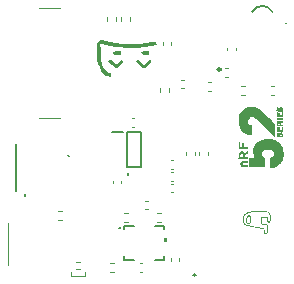
<source format=gbr>
%TF.GenerationSoftware,KiCad,Pcbnew,7.0.5*%
%TF.CreationDate,2023-07-12T14:46:01+02:00*%
%TF.ProjectId,euroslimenRFV2,6575726f-736c-4696-9d65-6e524656322e,rev?*%
%TF.SameCoordinates,Original*%
%TF.FileFunction,Legend,Top*%
%TF.FilePolarity,Positive*%
%FSLAX46Y46*%
G04 Gerber Fmt 4.6, Leading zero omitted, Abs format (unit mm)*
G04 Created by KiCad (PCBNEW 7.0.5) date 2023-07-12 14:46:01*
%MOMM*%
%LPD*%
G01*
G04 APERTURE LIST*
%ADD10C,0.120000*%
%ADD11C,0.200000*%
%ADD12C,0.254000*%
%ADD13C,0.152400*%
%ADD14C,0.100000*%
%ADD15C,0.250000*%
G04 APERTURE END LIST*
D10*
%TO.C,R9*%
X111505000Y-64501359D02*
X111505000Y-64808641D01*
X110745000Y-64501359D02*
X110745000Y-64808641D01*
%TO.C,R11*%
X114291359Y-58905000D02*
X114598641Y-58905000D01*
X114291359Y-59665000D02*
X114598641Y-59665000D01*
%TO.C,C9*%
X104160000Y-66972164D02*
X104160000Y-67187836D01*
X103440000Y-66972164D02*
X103440000Y-67187836D01*
%TO.C,R10*%
X103503641Y-74650000D02*
X103196359Y-74650000D01*
X103503641Y-73890000D02*
X103196359Y-73890000D01*
D11*
%TO.C,LED1*%
X116936027Y-52654997D02*
G75*
G03*
X115203971Y-52655000I-866027J-500003D01*
G01*
X118073000Y-53637000D02*
G75*
G03*
X118073000Y-53637000I-14000J0D01*
G01*
D10*
%TO.C,R16*%
X113203641Y-58200000D02*
X112896359Y-58200000D01*
X113203641Y-57440000D02*
X112896359Y-57440000D01*
%TO.C,C5*%
X108327164Y-67235000D02*
X108542836Y-67235000D01*
X108327164Y-67955000D02*
X108542836Y-67955000D01*
%TO.C,C7*%
X113100000Y-55927836D02*
X113100000Y-55712164D01*
X113820000Y-55927836D02*
X113820000Y-55712164D01*
%TO.C,C2*%
X109045000Y-73537164D02*
X109045000Y-73752836D01*
X108325000Y-73537164D02*
X108325000Y-73752836D01*
D11*
%TO.C,nRF1*%
X110250000Y-74930000D02*
X110250000Y-74930000D01*
X110450000Y-74930000D02*
X110450000Y-74930000D01*
X110450000Y-74930000D02*
G75*
G03*
X110250000Y-74930000I-100000J0D01*
G01*
X110250000Y-74930000D02*
G75*
G03*
X110450000Y-74930000I100000J0D01*
G01*
D10*
%TO.C,C1*%
X105697164Y-73940000D02*
X105912836Y-73940000D01*
X105697164Y-74660000D02*
X105912836Y-74660000D01*
%TO.C,C3*%
X106167164Y-68655000D02*
X106382836Y-68655000D01*
X106167164Y-69375000D02*
X106382836Y-69375000D01*
%TO.C,C11*%
X108327164Y-65235000D02*
X108542836Y-65235000D01*
X108327164Y-65955000D02*
X108542836Y-65955000D01*
D12*
%TO.C,MAG1*%
X104717000Y-66412000D02*
G75*
G03*
X104717000Y-66412000I-25000J0D01*
G01*
D10*
%TO.C,R2*%
X107171359Y-69675000D02*
X107478641Y-69675000D01*
X107171359Y-70435000D02*
X107478641Y-70435000D01*
D13*
%TO.C,IMU1*%
X104405600Y-70803200D02*
X104405600Y-71081230D01*
X104405600Y-73369970D02*
X104405600Y-73648000D01*
X104405600Y-73648000D02*
X105187693Y-73648000D01*
X105187693Y-70803200D02*
X104405600Y-70803200D01*
X106976307Y-73648000D02*
X107758400Y-73648000D01*
X107758400Y-70803200D02*
X106976307Y-70803200D01*
X107758400Y-71081230D02*
X107758400Y-70803200D01*
X107758400Y-73648000D02*
X107758400Y-73369970D01*
D12*
X104007000Y-70975600D02*
G75*
G03*
X104007000Y-70975600I-25000J0D01*
G01*
G36*
X108037800Y-72166037D02*
G01*
X107783800Y-72166037D01*
X107783800Y-71785037D01*
X108037800Y-71785037D01*
X108037800Y-72166037D01*
G37*
D11*
%TO.C,S1*%
X95257000Y-63832000D02*
X95257000Y-67832000D01*
D14*
X99720000Y-64832000D02*
X99720000Y-64832000D01*
X99620000Y-64832000D02*
X99620000Y-64832000D01*
X99620000Y-64832000D02*
G75*
G03*
X99720000Y-64832000I50000J0D01*
G01*
X99720000Y-64832000D02*
G75*
G03*
X99620000Y-64832000I-50000J0D01*
G01*
D10*
%TO.C,R5*%
X104150000Y-53438641D02*
X104150000Y-53131359D01*
X104910000Y-53438641D02*
X104910000Y-53131359D01*
%TO.C,C8*%
X105257836Y-62400000D02*
X105042164Y-62400000D01*
X105257836Y-61680000D02*
X105042164Y-61680000D01*
%TO.C,R17*%
X108170000Y-59146359D02*
X108170000Y-59453641D01*
X107410000Y-59146359D02*
X107410000Y-59453641D01*
D11*
%TO.C,RST1*%
X95970000Y-68120000D02*
X95970000Y-68120000D01*
X95970000Y-68120000D02*
X95970000Y-68120000D01*
X95970000Y-68220000D02*
X95970000Y-68220000D01*
D14*
X94520000Y-70570000D02*
X94520000Y-70570000D01*
X94520000Y-70570000D02*
X94520000Y-74070000D01*
X94520000Y-74070000D02*
X94520000Y-70570000D01*
X94520000Y-74070000D02*
X94520000Y-74070000D01*
D11*
X95970000Y-68220000D02*
G75*
G03*
X95970000Y-68120000I0J50000D01*
G01*
X95970000Y-68120000D02*
G75*
G03*
X95970000Y-68220000I0J-50000D01*
G01*
X95970000Y-68120000D02*
G75*
G03*
X95970000Y-68220000I0J-50000D01*
G01*
D10*
%TO.C,C10*%
X107640000Y-55427836D02*
X107640000Y-55212164D01*
X108360000Y-55427836D02*
X108360000Y-55212164D01*
%TO.C,R1*%
X104678641Y-70435000D02*
X104371359Y-70435000D01*
X104678641Y-69675000D02*
X104371359Y-69675000D01*
D14*
%TO.C,LED2*%
X99870000Y-74670000D02*
X99870000Y-74995000D01*
X100270000Y-73820000D02*
X100670000Y-73820000D01*
X100270000Y-74420000D02*
X100670000Y-74420000D01*
X101070000Y-74670000D02*
X101070000Y-74995000D01*
X101070000Y-74995000D02*
X99870000Y-74995000D01*
D10*
%TO.C,R8*%
X109640000Y-64808641D02*
X109640000Y-64501359D01*
X110400000Y-64808641D02*
X110400000Y-64501359D01*
%TO.C,G\u002A\u002A\u002A*%
G36*
X114967157Y-69895697D02*
G01*
X114982106Y-69897388D01*
X114997916Y-69899896D01*
X115013254Y-69902967D01*
X115026785Y-69906346D01*
X115037174Y-69909779D01*
X115041010Y-69911567D01*
X115049876Y-69918336D01*
X115060121Y-69929223D01*
X115071151Y-69943526D01*
X115082152Y-69960185D01*
X115087599Y-69969015D01*
X115094601Y-69980321D01*
X115101954Y-69992160D01*
X115104746Y-69996646D01*
X115116465Y-70016497D01*
X115125377Y-70034312D01*
X115132222Y-70051870D01*
X115137741Y-70070950D01*
X115140382Y-70082292D01*
X115143213Y-70095170D01*
X115145862Y-70107052D01*
X115148009Y-70116511D01*
X115149219Y-70121653D01*
X115152209Y-70134005D01*
X115154587Y-70144544D01*
X115156429Y-70154113D01*
X115157813Y-70163552D01*
X115158814Y-70173705D01*
X115159510Y-70185412D01*
X115159977Y-70199516D01*
X115160292Y-70216858D01*
X115160531Y-70238280D01*
X115160609Y-70246661D01*
X115160766Y-70267425D01*
X115160855Y-70287315D01*
X115160878Y-70305508D01*
X115160835Y-70321181D01*
X115160728Y-70333509D01*
X115160556Y-70341669D01*
X115160501Y-70343021D01*
X115159045Y-70360487D01*
X115156431Y-70379700D01*
X115152892Y-70399663D01*
X115148660Y-70419383D01*
X115143965Y-70437866D01*
X115139041Y-70454117D01*
X115134119Y-70467141D01*
X115129554Y-70475767D01*
X115125574Y-70481792D01*
X115123244Y-70485867D01*
X115122991Y-70486606D01*
X115121650Y-70490128D01*
X115118093Y-70496829D01*
X115113014Y-70505570D01*
X115107112Y-70515212D01*
X115101083Y-70524617D01*
X115095624Y-70532647D01*
X115091478Y-70538107D01*
X115085534Y-70545204D01*
X115077840Y-70554572D01*
X115069882Y-70564399D01*
X115068434Y-70566203D01*
X115055555Y-70580915D01*
X115041662Y-70593773D01*
X115025530Y-70605761D01*
X115005937Y-70617860D01*
X114999715Y-70621373D01*
X114976265Y-70633547D01*
X114953198Y-70643578D01*
X114928138Y-70652464D01*
X114918384Y-70655511D01*
X114908633Y-70658149D01*
X114899575Y-70659692D01*
X114889437Y-70660309D01*
X114885799Y-70660270D01*
X114876446Y-70660170D01*
X114871506Y-70659998D01*
X114852510Y-70658929D01*
X114837434Y-70657096D01*
X114825003Y-70654095D01*
X114813940Y-70649524D01*
X114802971Y-70642980D01*
X114791806Y-70634825D01*
X114786071Y-70629099D01*
X114778856Y-70620060D01*
X114771057Y-70609030D01*
X114763567Y-70597331D01*
X114757284Y-70586286D01*
X114753490Y-70578227D01*
X114750031Y-70569543D01*
X114745557Y-70558292D01*
X114740972Y-70546749D01*
X114740483Y-70545517D01*
X114734194Y-70527776D01*
X114729107Y-70508959D01*
X114725107Y-70488298D01*
X114722079Y-70465022D01*
X114719909Y-70438363D01*
X114718479Y-70407551D01*
X114718152Y-70396410D01*
X114717695Y-70372255D01*
X114717632Y-70357345D01*
X114802224Y-70357345D01*
X114802332Y-70376291D01*
X114802647Y-70394440D01*
X114803137Y-70410844D01*
X114803770Y-70424551D01*
X114804512Y-70434614D01*
X114805034Y-70438730D01*
X114807160Y-70451037D01*
X114809462Y-70464500D01*
X114810611Y-70471284D01*
X114813420Y-70484800D01*
X114817723Y-70501574D01*
X114823075Y-70520030D01*
X114829033Y-70538592D01*
X114831799Y-70546575D01*
X114837806Y-70559682D01*
X114845537Y-70569037D01*
X114855665Y-70574973D01*
X114868862Y-70577823D01*
X114885799Y-70577921D01*
X114893699Y-70577271D01*
X114917834Y-70573582D01*
X114937754Y-70567847D01*
X114951520Y-70561185D01*
X114959962Y-70555021D01*
X114970953Y-70545585D01*
X114983713Y-70533609D01*
X114997459Y-70519826D01*
X115010600Y-70505854D01*
X115025952Y-70486122D01*
X115039846Y-70462526D01*
X115051668Y-70436344D01*
X115060799Y-70408851D01*
X115064178Y-70394945D01*
X115066950Y-70381977D01*
X115070022Y-70367791D01*
X115072311Y-70357345D01*
X115074152Y-70347063D01*
X115075973Y-70333536D01*
X115077533Y-70318726D01*
X115078393Y-70307863D01*
X115079084Y-70296219D01*
X115079534Y-70285326D01*
X115079735Y-70274246D01*
X115079679Y-70262038D01*
X115079360Y-70247763D01*
X115078769Y-70230482D01*
X115077899Y-70209256D01*
X115077544Y-70201085D01*
X115076607Y-70187084D01*
X115074918Y-70173543D01*
X115072214Y-70158943D01*
X115068233Y-70141762D01*
X115065433Y-70130769D01*
X115061589Y-70115840D01*
X115058056Y-70101818D01*
X115055121Y-70089856D01*
X115053066Y-70081105D01*
X115052387Y-70077939D01*
X115049737Y-70069771D01*
X115044692Y-70058644D01*
X115037911Y-70045813D01*
X115030055Y-70032538D01*
X115022707Y-70021387D01*
X115017874Y-70013881D01*
X115013838Y-70006697D01*
X115013797Y-70006616D01*
X115006868Y-69997639D01*
X114996210Y-69989732D01*
X114983302Y-69983799D01*
X114971878Y-69981011D01*
X114951828Y-69980295D01*
X114931467Y-69983371D01*
X114912063Y-69989817D01*
X114894881Y-69999211D01*
X114881190Y-70011132D01*
X114881117Y-70011215D01*
X114872643Y-70022801D01*
X114863778Y-70038334D01*
X114855016Y-70056628D01*
X114846850Y-70076498D01*
X114839774Y-70096758D01*
X114834283Y-70116222D01*
X114831302Y-70130798D01*
X114829513Y-70140652D01*
X114827577Y-70149266D01*
X114826193Y-70153959D01*
X114824789Y-70159191D01*
X114822962Y-70168146D01*
X114820989Y-70179387D01*
X114819762Y-70187230D01*
X114817778Y-70200102D01*
X114815195Y-70216198D01*
X114812324Y-70233614D01*
X114809476Y-70250445D01*
X114809006Y-70253172D01*
X114806830Y-70266239D01*
X114805173Y-70277729D01*
X114803965Y-70288708D01*
X114803136Y-70300238D01*
X114802617Y-70313384D01*
X114802340Y-70329209D01*
X114802234Y-70348777D01*
X114802224Y-70357345D01*
X114717632Y-70357345D01*
X114717602Y-70350180D01*
X114717864Y-70331008D01*
X114718473Y-70315562D01*
X114719188Y-70306561D01*
X114720590Y-70293212D01*
X114722191Y-70277070D01*
X114723756Y-70260534D01*
X114724657Y-70250568D01*
X114730515Y-70198996D01*
X114739002Y-70145878D01*
X114749666Y-70093872D01*
X114754568Y-70073473D01*
X114759615Y-70053529D01*
X114763705Y-70037798D01*
X114767117Y-70025433D01*
X114770129Y-70015587D01*
X114773019Y-70007413D01*
X114776067Y-70000065D01*
X114779552Y-69992694D01*
X114783751Y-69984455D01*
X114784041Y-69983897D01*
X114791889Y-69971628D01*
X114802788Y-69958341D01*
X114815409Y-69945383D01*
X114828423Y-69934103D01*
X114840500Y-69925846D01*
X114842220Y-69924915D01*
X114871292Y-69911898D01*
X114901124Y-69902376D01*
X114930489Y-69896675D01*
X114954406Y-69895077D01*
X114967157Y-69895697D01*
G37*
G36*
X115704421Y-69521434D02*
G01*
X115734249Y-69521677D01*
X115763527Y-69522074D01*
X115791616Y-69522624D01*
X115817878Y-69523325D01*
X115841671Y-69524173D01*
X115862357Y-69525168D01*
X115879296Y-69526307D01*
X115881414Y-69526485D01*
X115900959Y-69528319D01*
X115915677Y-69530028D01*
X115925948Y-69531662D01*
X115932153Y-69533273D01*
X115932206Y-69533293D01*
X115937642Y-69534719D01*
X115940458Y-69534558D01*
X115943979Y-69534332D01*
X115950442Y-69535194D01*
X115952610Y-69535630D01*
X115957538Y-69536442D01*
X115965049Y-69537257D01*
X115975540Y-69538099D01*
X115989409Y-69538994D01*
X116007052Y-69539965D01*
X116028867Y-69541036D01*
X116055250Y-69542232D01*
X116073571Y-69543026D01*
X116084199Y-69543355D01*
X116099352Y-69543646D01*
X116118349Y-69543898D01*
X116140506Y-69544107D01*
X116165141Y-69544271D01*
X116191570Y-69544388D01*
X116219111Y-69544455D01*
X116247081Y-69544471D01*
X116274798Y-69544432D01*
X116301579Y-69544337D01*
X116326740Y-69544183D01*
X116349600Y-69543968D01*
X116349629Y-69543968D01*
X116365216Y-69543877D01*
X116379611Y-69543957D01*
X116391744Y-69544187D01*
X116400545Y-69544551D01*
X116404320Y-69544901D01*
X116412121Y-69546158D01*
X116418455Y-69547194D01*
X116418644Y-69547225D01*
X116423591Y-69548329D01*
X116431886Y-69550450D01*
X116441874Y-69553162D01*
X116443512Y-69553620D01*
X116453811Y-69556267D01*
X116462900Y-69558166D01*
X116469021Y-69558956D01*
X116469555Y-69558958D01*
X116478658Y-69559270D01*
X116490161Y-69560426D01*
X116501709Y-69562122D01*
X116510947Y-69564054D01*
X116512491Y-69564498D01*
X116520369Y-69566189D01*
X116526815Y-69566589D01*
X116533013Y-69567228D01*
X116541519Y-69569278D01*
X116546010Y-69570719D01*
X116555024Y-69573572D01*
X116563274Y-69575653D01*
X116566190Y-69576164D01*
X116573908Y-69577943D01*
X116582061Y-69580902D01*
X116589741Y-69584012D01*
X116599363Y-69587476D01*
X116603551Y-69588862D01*
X116613667Y-69592731D01*
X116624748Y-69597895D01*
X116629836Y-69600629D01*
X116637531Y-69606148D01*
X116647171Y-69614647D01*
X116657674Y-69624986D01*
X116667957Y-69636029D01*
X116676939Y-69646635D01*
X116683537Y-69655668D01*
X116685664Y-69659358D01*
X116689239Y-69664691D01*
X116695502Y-69672257D01*
X116703333Y-69680735D01*
X116706665Y-69684099D01*
X116713700Y-69691214D01*
X116719418Y-69697607D01*
X116724351Y-69704160D01*
X116729030Y-69711758D01*
X116733986Y-69721286D01*
X116739751Y-69733627D01*
X116746856Y-69749665D01*
X116748942Y-69754443D01*
X116755190Y-69768659D01*
X116761683Y-69783239D01*
X116767652Y-69796462D01*
X116772288Y-69806530D01*
X116776837Y-69816528D01*
X116780657Y-69825461D01*
X116783060Y-69831701D01*
X116783336Y-69832573D01*
X116785618Y-69838723D01*
X116789287Y-69847013D01*
X116791401Y-69851369D01*
X116795385Y-69860593D01*
X116798355Y-69869780D01*
X116799089Y-69873185D01*
X116800445Y-69881201D01*
X116801700Y-69887850D01*
X116801783Y-69888245D01*
X116803138Y-69895336D01*
X116804792Y-69904966D01*
X116806300Y-69914519D01*
X116806505Y-69915912D01*
X116807760Y-69921471D01*
X116809043Y-69925788D01*
X116810246Y-69930521D01*
X116811311Y-69937377D01*
X116812317Y-69947115D01*
X116813341Y-69960489D01*
X116814460Y-69978258D01*
X116814546Y-69979718D01*
X116815330Y-69992096D01*
X116816397Y-70007522D01*
X116817594Y-70023852D01*
X116818559Y-70036331D01*
X116819441Y-70050629D01*
X116820147Y-70068351D01*
X116820625Y-70087716D01*
X116820827Y-70106941D01*
X116820800Y-70117065D01*
X116820543Y-70135562D01*
X116820066Y-70149854D01*
X116819285Y-70160940D01*
X116818115Y-70169823D01*
X116816472Y-70177503D01*
X116815343Y-70181553D01*
X116811631Y-70194988D01*
X116809066Y-70207239D01*
X116807038Y-70221293D01*
X116806763Y-70223567D01*
X116805779Y-70230552D01*
X116804342Y-70239423D01*
X116803929Y-70241798D01*
X116802548Y-70249702D01*
X116801520Y-70255813D01*
X116801320Y-70257078D01*
X116800367Y-70263117D01*
X116798947Y-70271831D01*
X116797466Y-70280757D01*
X116796399Y-70287028D01*
X116795387Y-70292986D01*
X116794051Y-70301025D01*
X116793784Y-70302654D01*
X116791845Y-70312212D01*
X116789416Y-70321489D01*
X116789200Y-70322187D01*
X116787385Y-70328271D01*
X116786568Y-70331684D01*
X116786572Y-70331887D01*
X116785786Y-70334534D01*
X116783337Y-70341053D01*
X116779602Y-70350527D01*
X116774957Y-70362037D01*
X116769781Y-70374662D01*
X116764450Y-70387485D01*
X116759340Y-70399586D01*
X116754830Y-70410046D01*
X116751296Y-70417946D01*
X116751017Y-70418547D01*
X116735796Y-70446434D01*
X116718367Y-70469606D01*
X116698726Y-70488065D01*
X116676871Y-70501815D01*
X116672818Y-70503738D01*
X116662380Y-70508464D01*
X116652712Y-70512840D01*
X116645625Y-70516048D01*
X116644701Y-70516466D01*
X116637688Y-70518572D01*
X116627786Y-70520277D01*
X116618657Y-70521111D01*
X116607747Y-70521250D01*
X116599202Y-70520026D01*
X116590311Y-70516899D01*
X116584747Y-70514388D01*
X116575138Y-70509239D01*
X116566438Y-70503489D01*
X116561308Y-70499128D01*
X116554427Y-70490764D01*
X116546542Y-70479477D01*
X116538314Y-70466421D01*
X116530407Y-70452749D01*
X116523481Y-70439612D01*
X116518197Y-70428163D01*
X116515218Y-70419556D01*
X116514981Y-70418415D01*
X116513277Y-70411167D01*
X116511340Y-70405817D01*
X116509651Y-70401030D01*
X116507866Y-70393943D01*
X116506504Y-70386915D01*
X116506085Y-70382302D01*
X116506112Y-70382086D01*
X116505351Y-70379140D01*
X116503163Y-70372919D01*
X116501029Y-70367346D01*
X116497155Y-70356083D01*
X116492936Y-70341514D01*
X116488790Y-70325341D01*
X116485132Y-70309267D01*
X116482378Y-70294995D01*
X116481068Y-70285646D01*
X116480064Y-70275937D01*
X116479061Y-70267088D01*
X116478621Y-70263589D01*
X116477310Y-70251936D01*
X116476188Y-70237637D01*
X116475223Y-70220068D01*
X116474381Y-70198603D01*
X116473627Y-70172618D01*
X116473554Y-70169699D01*
X116473076Y-70153486D01*
X116472499Y-70138867D01*
X116471868Y-70126712D01*
X116471230Y-70117891D01*
X116470630Y-70113275D01*
X116470545Y-70112994D01*
X116467818Y-70110010D01*
X116461860Y-70108681D01*
X116456756Y-70108513D01*
X116418107Y-70108461D01*
X116380136Y-70108284D01*
X116343266Y-70107989D01*
X116307916Y-70107587D01*
X116274507Y-70107085D01*
X116243460Y-70106493D01*
X116215197Y-70105819D01*
X116190138Y-70105071D01*
X116168704Y-70104260D01*
X116151317Y-70103393D01*
X116138396Y-70102479D01*
X116131812Y-70101757D01*
X116124813Y-70101429D01*
X116116955Y-70102676D01*
X116106770Y-70105804D01*
X116099258Y-70108587D01*
X116082798Y-70115034D01*
X116068585Y-70120836D01*
X116057493Y-70125626D01*
X116050396Y-70129037D01*
X116050215Y-70129136D01*
X116047752Y-70132452D01*
X116044328Y-70139591D01*
X116040374Y-70149354D01*
X116036324Y-70160545D01*
X116032610Y-70171967D01*
X116029666Y-70182424D01*
X116027924Y-70190718D01*
X116027914Y-70190791D01*
X116026620Y-70199326D01*
X116025394Y-70206781D01*
X116025249Y-70207596D01*
X116023664Y-70219470D01*
X116022344Y-70235455D01*
X116021309Y-70254460D01*
X116020577Y-70275394D01*
X116020169Y-70297166D01*
X116020105Y-70318685D01*
X116020405Y-70338858D01*
X116021088Y-70356596D01*
X116022175Y-70370805D01*
X116022270Y-70371669D01*
X116023683Y-70382473D01*
X116025599Y-70394854D01*
X116027766Y-70407409D01*
X116029932Y-70418737D01*
X116031846Y-70427434D01*
X116033030Y-70431568D01*
X116034417Y-70436956D01*
X116035447Y-70443288D01*
X116036798Y-70451094D01*
X116038895Y-70460131D01*
X116039268Y-70461518D01*
X116041378Y-70469559D01*
X116044035Y-70480235D01*
X116046412Y-70490166D01*
X116048812Y-70499777D01*
X116051062Y-70507684D01*
X116052687Y-70512224D01*
X116052727Y-70512302D01*
X116054492Y-70517491D01*
X116055994Y-70524792D01*
X116056072Y-70525324D01*
X116059376Y-70542613D01*
X116064313Y-70561183D01*
X116068408Y-70573504D01*
X116071308Y-70581747D01*
X116075134Y-70593124D01*
X116079270Y-70605790D01*
X116081433Y-70612569D01*
X116087130Y-70628920D01*
X116092826Y-70640724D01*
X116099274Y-70648586D01*
X116107227Y-70653114D01*
X116117437Y-70654913D01*
X116130656Y-70654591D01*
X116133300Y-70654365D01*
X116145407Y-70653270D01*
X116157741Y-70652178D01*
X116167033Y-70651378D01*
X116175448Y-70650391D01*
X116181837Y-70649140D01*
X116183961Y-70648364D01*
X116187555Y-70647538D01*
X116195247Y-70646619D01*
X116205934Y-70645717D01*
X116218509Y-70644938D01*
X116219413Y-70644892D01*
X116248401Y-70642271D01*
X116274905Y-70637302D01*
X116279312Y-70636205D01*
X116291062Y-70633176D01*
X116301343Y-70630528D01*
X116308851Y-70628595D01*
X116311866Y-70627821D01*
X116316954Y-70626907D01*
X116325989Y-70625647D01*
X116337734Y-70624191D01*
X116350950Y-70622686D01*
X116364402Y-70621283D01*
X116373068Y-70620461D01*
X116382863Y-70619487D01*
X116394216Y-70618235D01*
X116399111Y-70617655D01*
X116420141Y-70615630D01*
X116437129Y-70615346D01*
X116450986Y-70616930D01*
X116462624Y-70620513D01*
X116472955Y-70626223D01*
X116476164Y-70628543D01*
X116482558Y-70634542D01*
X116488471Y-70642720D01*
X116494329Y-70653856D01*
X116500554Y-70668724D01*
X116505702Y-70682750D01*
X116509511Y-70693185D01*
X116512909Y-70701841D01*
X116515396Y-70707470D01*
X116516168Y-70708793D01*
X116518108Y-70712404D01*
X116521316Y-70719607D01*
X116525273Y-70729099D01*
X116529460Y-70739578D01*
X116533361Y-70749743D01*
X116536456Y-70758292D01*
X116538228Y-70763922D01*
X116538381Y-70764600D01*
X116540048Y-70769625D01*
X116543293Y-70777182D01*
X116545686Y-70782165D01*
X116550118Y-70791773D01*
X116554034Y-70801525D01*
X116555330Y-70805289D01*
X116557912Y-70812419D01*
X116560334Y-70817418D01*
X116560894Y-70818181D01*
X116562549Y-70822378D01*
X116563223Y-70828598D01*
X116563857Y-70835333D01*
X116565469Y-70844849D01*
X116567336Y-70853469D01*
X116569647Y-70863251D01*
X116571597Y-70871820D01*
X116572642Y-70876726D01*
X116574076Y-70882419D01*
X116575150Y-70885119D01*
X116576275Y-70888867D01*
X116577424Y-70895484D01*
X116577623Y-70897021D01*
X116578772Y-70906002D01*
X116579917Y-70914312D01*
X116579970Y-70914671D01*
X116582911Y-70938908D01*
X116584718Y-70963194D01*
X116585332Y-70986064D01*
X116584695Y-71006055D01*
X116583942Y-71014072D01*
X116582531Y-71025805D01*
X116581281Y-71036208D01*
X116580374Y-71043776D01*
X116580085Y-71046189D01*
X116579861Y-71050407D01*
X116579610Y-71059108D01*
X116579346Y-71071571D01*
X116579083Y-71087070D01*
X116578832Y-71104881D01*
X116578609Y-71124282D01*
X116578570Y-71128226D01*
X116578189Y-71155331D01*
X116577621Y-71177517D01*
X116576850Y-71195072D01*
X116575864Y-71208283D01*
X116574649Y-71217436D01*
X116574251Y-71219377D01*
X116572069Y-71230568D01*
X116570388Y-71242164D01*
X116569829Y-71248025D01*
X116569031Y-71257551D01*
X116567749Y-71265254D01*
X116565496Y-71273005D01*
X116561787Y-71282676D01*
X116559230Y-71288825D01*
X116555219Y-71298683D01*
X116550248Y-71311379D01*
X116545118Y-71324848D01*
X116542694Y-71331363D01*
X116536217Y-71347609D01*
X116529328Y-71361656D01*
X116521279Y-71374578D01*
X116511321Y-71387449D01*
X116498706Y-71401345D01*
X116482947Y-71417083D01*
X116463547Y-71435695D01*
X116447306Y-71450829D01*
X116433810Y-71462802D01*
X116422648Y-71471928D01*
X116413407Y-71478524D01*
X116405677Y-71482906D01*
X116399043Y-71485388D01*
X116393096Y-71486288D01*
X116392601Y-71486301D01*
X116387002Y-71487199D01*
X116379103Y-71489342D01*
X116375950Y-71490381D01*
X116367138Y-71492268D01*
X116354270Y-71493454D01*
X116338453Y-71493926D01*
X116330276Y-71493808D01*
X116320793Y-71493671D01*
X116302398Y-71492679D01*
X116288017Y-71491358D01*
X116270731Y-71487863D01*
X116256763Y-71481268D01*
X116245511Y-71471054D01*
X116236376Y-71456696D01*
X116229791Y-71440742D01*
X116226576Y-71430780D01*
X116222877Y-71418241D01*
X116218969Y-71404190D01*
X116215129Y-71389695D01*
X116211630Y-71375822D01*
X116208749Y-71363638D01*
X116206760Y-71354209D01*
X116205939Y-71348603D01*
X116205932Y-71348291D01*
X116205115Y-71341576D01*
X116203088Y-71333196D01*
X116202516Y-71331363D01*
X116200987Y-71326087D01*
X116199701Y-71320029D01*
X116198633Y-71312696D01*
X116197759Y-71303597D01*
X116197053Y-71292240D01*
X116196493Y-71278135D01*
X116196053Y-71260790D01*
X116195708Y-71239714D01*
X116195436Y-71214414D01*
X116195210Y-71184400D01*
X116195209Y-71184219D01*
X116195011Y-71156420D01*
X116194781Y-71133378D01*
X116194481Y-71114641D01*
X116194070Y-71099758D01*
X116193509Y-71088276D01*
X116192758Y-71079745D01*
X116191779Y-71073712D01*
X116190532Y-71069726D01*
X116188976Y-71067335D01*
X116187073Y-71066087D01*
X116184830Y-71065538D01*
X116180841Y-71064787D01*
X116172725Y-71063139D01*
X116161448Y-71060794D01*
X116147976Y-71057954D01*
X116135414Y-71055276D01*
X116130438Y-71053809D01*
X116128903Y-71053097D01*
X116125372Y-71052137D01*
X116118521Y-71051019D01*
X116113862Y-71050439D01*
X116103648Y-71048901D01*
X116091809Y-71046557D01*
X116085214Y-71045002D01*
X116075407Y-71042653D01*
X116066441Y-71040773D01*
X116061851Y-71040000D01*
X116054860Y-71038774D01*
X116050132Y-71037501D01*
X116045051Y-71036162D01*
X116037629Y-71034785D01*
X116036319Y-71034588D01*
X116029577Y-71033401D01*
X116019334Y-71031360D01*
X116007162Y-71028804D01*
X115994632Y-71026070D01*
X115983315Y-71023497D01*
X115974781Y-71021422D01*
X115973304Y-71021031D01*
X115966950Y-71019592D01*
X115956719Y-71017606D01*
X115943881Y-71015311D01*
X115934239Y-71013685D01*
X115924732Y-71011993D01*
X115917807Y-71010374D01*
X115913404Y-71009071D01*
X115907370Y-71007598D01*
X115899361Y-71006129D01*
X115898126Y-71005940D01*
X115891264Y-71004746D01*
X115886870Y-71003648D01*
X115886406Y-71003442D01*
X115882942Y-71002373D01*
X115876629Y-71001087D01*
X115875642Y-71000918D01*
X115867315Y-70999413D01*
X115860045Y-70997909D01*
X115860016Y-70997903D01*
X115852390Y-70996294D01*
X115845692Y-70995033D01*
X115838993Y-70993742D01*
X115829478Y-70991769D01*
X115820951Y-70989923D01*
X115811107Y-70987766D01*
X115802448Y-70985906D01*
X115797512Y-70984879D01*
X115789434Y-70983263D01*
X115784490Y-70982271D01*
X115776883Y-70980770D01*
X115770167Y-70979472D01*
X115763663Y-70978193D01*
X115758542Y-70977017D01*
X115751799Y-70975246D01*
X115750634Y-70974932D01*
X115742980Y-70973217D01*
X115736310Y-70972069D01*
X115710589Y-70967554D01*
X115699850Y-70965003D01*
X115691410Y-70962960D01*
X115683976Y-70961413D01*
X115682922Y-70961231D01*
X115676518Y-70960000D01*
X115667728Y-70958082D01*
X115663389Y-70957071D01*
X115655110Y-70955265D01*
X115648555Y-70954131D01*
X115646461Y-70953937D01*
X115642158Y-70952980D01*
X115641252Y-70952306D01*
X115638222Y-70951177D01*
X115631400Y-70949654D01*
X115622156Y-70948037D01*
X115620418Y-70947771D01*
X115610439Y-70946220D01*
X115602189Y-70944843D01*
X115597281Y-70943908D01*
X115596979Y-70943835D01*
X115591443Y-70942409D01*
X115586561Y-70941149D01*
X115575095Y-70938487D01*
X115564506Y-70936546D01*
X115559216Y-70935892D01*
X115553197Y-70934525D01*
X115550752Y-70933381D01*
X115547880Y-70932214D01*
X115547497Y-70932566D01*
X115545320Y-70932777D01*
X115539985Y-70931626D01*
X115539032Y-70931354D01*
X115530102Y-70929109D01*
X115521453Y-70927409D01*
X115513895Y-70926025D01*
X115502982Y-70923814D01*
X115490429Y-70921136D01*
X115477952Y-70918352D01*
X115474575Y-70917571D01*
X115469582Y-70916530D01*
X115462129Y-70915096D01*
X115460252Y-70914749D01*
X115448869Y-70912638D01*
X115440942Y-70911082D01*
X115434799Y-70909722D01*
X115428767Y-70908201D01*
X115425093Y-70907220D01*
X115417819Y-70905606D01*
X115409470Y-70904188D01*
X115409467Y-70904188D01*
X115401131Y-70903003D01*
X115393859Y-70901944D01*
X115393841Y-70901942D01*
X115388737Y-70900970D01*
X115379883Y-70899078D01*
X115368595Y-70896552D01*
X115358073Y-70894123D01*
X115345751Y-70891323D01*
X115334737Y-70888973D01*
X115326348Y-70887345D01*
X115322263Y-70886732D01*
X115317343Y-70885807D01*
X115315711Y-70884674D01*
X115313495Y-70883385D01*
X115309852Y-70882882D01*
X115302082Y-70882087D01*
X115291745Y-70880492D01*
X115280720Y-70878447D01*
X115270886Y-70876305D01*
X115264124Y-70874417D01*
X115263625Y-70874231D01*
X115255327Y-70871818D01*
X115244755Y-70869793D01*
X115234977Y-70868727D01*
X115230306Y-70867968D01*
X115222746Y-70866249D01*
X115218049Y-70865042D01*
X115208734Y-70862737D01*
X115200151Y-70860919D01*
X115197215Y-70860419D01*
X115189382Y-70858971D01*
X115180323Y-70856893D01*
X115178984Y-70856549D01*
X115169588Y-70854334D01*
X115160394Y-70852539D01*
X115159452Y-70852386D01*
X115154100Y-70851524D01*
X115148930Y-70850610D01*
X115142551Y-70849376D01*
X115133571Y-70847555D01*
X115123679Y-70845516D01*
X115115667Y-70843918D01*
X115109831Y-70842860D01*
X115108053Y-70842618D01*
X115104238Y-70841441D01*
X115102097Y-70840416D01*
X115097451Y-70838994D01*
X115089567Y-70837528D01*
X115082667Y-70836623D01*
X115071632Y-70834960D01*
X115058794Y-70832352D01*
X115049250Y-70829978D01*
X115040194Y-70827578D01*
X115033207Y-70825928D01*
X115029702Y-70825361D01*
X115029615Y-70825372D01*
X115026259Y-70824971D01*
X115019916Y-70823521D01*
X115017516Y-70822884D01*
X115009137Y-70821071D01*
X114998307Y-70819356D01*
X114990171Y-70818398D01*
X114973959Y-70816773D01*
X114961616Y-70815313D01*
X114951818Y-70813773D01*
X114943241Y-70811912D01*
X114934563Y-70809487D01*
X114925029Y-70806442D01*
X114913525Y-70802877D01*
X114902637Y-70799894D01*
X114894182Y-70797977D01*
X114892056Y-70797638D01*
X114883985Y-70796348D01*
X114873457Y-70794312D01*
X114865090Y-70792496D01*
X114851251Y-70789343D01*
X114841360Y-70787164D01*
X114834299Y-70785726D01*
X114828947Y-70784796D01*
X114826098Y-70784387D01*
X114821017Y-70783204D01*
X114812348Y-70780683D01*
X114801415Y-70777224D01*
X114792242Y-70774157D01*
X114780284Y-70770179D01*
X114769390Y-70766762D01*
X114760959Y-70764332D01*
X114757083Y-70763413D01*
X114748910Y-70761142D01*
X114741457Y-70758048D01*
X114735321Y-70755268D01*
X114726044Y-70751461D01*
X114715391Y-70747347D01*
X114712810Y-70746388D01*
X114695497Y-70739549D01*
X114677878Y-70731786D01*
X114661463Y-70723815D01*
X114647763Y-70716349D01*
X114642493Y-70713089D01*
X114634605Y-70708294D01*
X114624379Y-70702576D01*
X114615148Y-70697745D01*
X114600030Y-70688873D01*
X114582071Y-70676015D01*
X114561182Y-70659103D01*
X114538664Y-70639329D01*
X114529897Y-70631163D01*
X114523215Y-70624133D01*
X114517680Y-70616940D01*
X114512352Y-70608287D01*
X114506293Y-70596877D01*
X114502493Y-70589326D01*
X114495877Y-70576059D01*
X114489343Y-70562956D01*
X114483628Y-70551497D01*
X114479473Y-70543165D01*
X114479360Y-70542939D01*
X114475459Y-70534518D01*
X114472762Y-70527548D01*
X114471910Y-70523974D01*
X114470930Y-70519081D01*
X114468503Y-70512023D01*
X114467780Y-70510266D01*
X114463925Y-70499678D01*
X114459857Y-70486033D01*
X114456124Y-70471425D01*
X114453276Y-70457948D01*
X114452123Y-70450489D01*
X114450482Y-70441511D01*
X114448091Y-70433617D01*
X114447233Y-70431694D01*
X114444713Y-70425130D01*
X114442580Y-70415749D01*
X114440815Y-70403230D01*
X114439398Y-70387253D01*
X114438308Y-70367498D01*
X114437524Y-70343642D01*
X114437028Y-70315367D01*
X114436798Y-70282350D01*
X114436776Y-70266194D01*
X114436839Y-70243429D01*
X114513804Y-70243429D01*
X114513813Y-70265255D01*
X114513913Y-70294547D01*
X114514114Y-70319313D01*
X114514485Y-70340237D01*
X114515094Y-70358003D01*
X114516009Y-70373293D01*
X114517300Y-70386791D01*
X114519035Y-70399180D01*
X114521282Y-70411143D01*
X114524111Y-70423364D01*
X114527589Y-70436525D01*
X114531785Y-70451311D01*
X114532857Y-70455007D01*
X114539598Y-70477411D01*
X114545682Y-70495575D01*
X114551539Y-70510355D01*
X114557596Y-70522603D01*
X114564285Y-70533175D01*
X114572033Y-70542925D01*
X114581270Y-70552708D01*
X114582601Y-70554024D01*
X114592107Y-70563922D01*
X114601765Y-70574876D01*
X114609766Y-70584815D01*
X114611053Y-70586562D01*
X114620369Y-70598728D01*
X114629766Y-70609141D01*
X114640099Y-70618453D01*
X114652225Y-70627320D01*
X114667001Y-70636393D01*
X114685283Y-70646327D01*
X114697702Y-70652676D01*
X114729086Y-70667406D01*
X114761636Y-70680732D01*
X114793685Y-70692024D01*
X114823566Y-70700650D01*
X114826098Y-70701275D01*
X114843537Y-70705558D01*
X114856678Y-70708901D01*
X114866299Y-70711524D01*
X114873180Y-70713649D01*
X114878100Y-70715498D01*
X114881140Y-70716924D01*
X114886516Y-70718892D01*
X114895726Y-70721444D01*
X114907479Y-70724251D01*
X114920440Y-70726974D01*
X114933821Y-70729650D01*
X114946335Y-70732256D01*
X114956545Y-70734485D01*
X114962825Y-70735981D01*
X114967500Y-70737066D01*
X114976709Y-70739068D01*
X114989884Y-70741870D01*
X115006454Y-70745351D01*
X115025850Y-70749393D01*
X115047502Y-70753876D01*
X115070840Y-70758681D01*
X115089135Y-70762430D01*
X115113422Y-70767400D01*
X115136500Y-70772128D01*
X115157790Y-70776495D01*
X115176716Y-70780383D01*
X115192699Y-70783673D01*
X115205163Y-70786246D01*
X115213529Y-70787985D01*
X115216747Y-70788664D01*
X115225909Y-70790556D01*
X115234365Y-70792161D01*
X115236279Y-70792491D01*
X115244506Y-70794104D01*
X115253208Y-70796145D01*
X115261156Y-70798019D01*
X115273104Y-70800598D01*
X115287929Y-70803649D01*
X115304508Y-70806941D01*
X115317014Y-70809350D01*
X115329486Y-70811765D01*
X115346564Y-70815136D01*
X115367756Y-70819365D01*
X115392567Y-70824349D01*
X115420504Y-70829988D01*
X115451073Y-70836182D01*
X115483782Y-70842828D01*
X115518135Y-70849828D01*
X115553641Y-70857079D01*
X115589804Y-70864481D01*
X115626133Y-70871934D01*
X115662133Y-70879335D01*
X115697310Y-70886586D01*
X115731172Y-70893584D01*
X115763224Y-70900229D01*
X115792973Y-70906420D01*
X115819926Y-70912057D01*
X115822253Y-70912545D01*
X115837600Y-70915757D01*
X115851921Y-70918736D01*
X115864121Y-70921256D01*
X115873104Y-70923090D01*
X115876944Y-70923856D01*
X115884973Y-70925515D01*
X115895633Y-70927852D01*
X115905591Y-70930124D01*
X115916821Y-70932674D01*
X115927919Y-70935086D01*
X115935541Y-70936648D01*
X115940930Y-70937727D01*
X115950704Y-70939718D01*
X115964150Y-70942473D01*
X115980552Y-70945846D01*
X115999197Y-70949691D01*
X116019370Y-70953860D01*
X116030599Y-70956184D01*
X116057478Y-70961746D01*
X116079772Y-70966346D01*
X116097997Y-70970086D01*
X116112667Y-70973070D01*
X116124296Y-70975401D01*
X116133398Y-70977183D01*
X116140488Y-70978518D01*
X116146081Y-70979509D01*
X116150398Y-70980215D01*
X116157963Y-70981839D01*
X116163420Y-70983568D01*
X116169562Y-70985322D01*
X116180349Y-70987536D01*
X116195248Y-70990112D01*
X116213726Y-70992949D01*
X116214204Y-70993019D01*
X116230773Y-70997325D01*
X116244016Y-71005161D01*
X116254398Y-71016943D01*
X116262379Y-71033085D01*
X116264039Y-71037809D01*
X116265412Y-71042189D01*
X116266559Y-71046592D01*
X116267511Y-71051537D01*
X116268294Y-71057544D01*
X116268940Y-71065131D01*
X116269475Y-71074818D01*
X116269928Y-71087124D01*
X116270330Y-71102568D01*
X116270708Y-71121671D01*
X116271090Y-71144950D01*
X116271501Y-71172499D01*
X116271918Y-71200461D01*
X116272304Y-71223795D01*
X116272692Y-71243085D01*
X116273115Y-71258911D01*
X116273607Y-71271856D01*
X116274199Y-71282500D01*
X116274924Y-71291427D01*
X116275816Y-71299216D01*
X116276908Y-71306451D01*
X116278231Y-71313712D01*
X116279820Y-71321581D01*
X116279958Y-71322248D01*
X116284569Y-71343516D01*
X116289446Y-71364324D01*
X116294251Y-71383306D01*
X116298645Y-71399093D01*
X116300275Y-71404402D01*
X116303021Y-71409903D01*
X116307949Y-71413332D01*
X116314205Y-71415383D01*
X116330276Y-71417208D01*
X116348152Y-71414981D01*
X116366866Y-71409060D01*
X116385453Y-71399804D01*
X116402947Y-71387571D01*
X116412666Y-71378803D01*
X116431805Y-71358612D01*
X116447364Y-71339502D01*
X116460365Y-71320109D01*
X116470657Y-71301414D01*
X116479089Y-71283817D01*
X116485821Y-71267484D01*
X116491389Y-71250808D01*
X116496328Y-71232184D01*
X116501172Y-71210007D01*
X116501263Y-71209559D01*
X116502658Y-71202495D01*
X116503812Y-71195956D01*
X116504746Y-71189384D01*
X116505477Y-71182220D01*
X116506028Y-71173906D01*
X116506418Y-71163882D01*
X116506666Y-71151591D01*
X116506794Y-71136473D01*
X116506821Y-71117970D01*
X116506768Y-71095523D01*
X116506654Y-71068573D01*
X116506616Y-71060661D01*
X116506474Y-71032508D01*
X116506324Y-71008995D01*
X116506138Y-70989552D01*
X116505890Y-70973610D01*
X116505553Y-70960600D01*
X116505098Y-70949953D01*
X116504499Y-70941099D01*
X116503727Y-70933471D01*
X116502757Y-70926497D01*
X116501560Y-70919610D01*
X116500110Y-70912241D01*
X116499304Y-70908308D01*
X116490368Y-70868906D01*
X116480408Y-70833076D01*
X116468908Y-70799207D01*
X116455355Y-70765686D01*
X116449580Y-70752752D01*
X116445435Y-70743104D01*
X116440495Y-70730751D01*
X116435642Y-70717919D01*
X116434274Y-70714138D01*
X116425906Y-70690699D01*
X116393627Y-70690914D01*
X116376843Y-70691252D01*
X116363071Y-70692206D01*
X116350296Y-70694064D01*
X116336504Y-70697112D01*
X116320982Y-70701271D01*
X116309963Y-70704118D01*
X116298380Y-70706744D01*
X116293636Y-70707685D01*
X116284047Y-70709558D01*
X116272199Y-70712025D01*
X116262384Y-70714167D01*
X116251375Y-70716359D01*
X116236168Y-70718986D01*
X116217745Y-70721900D01*
X116197083Y-70724951D01*
X116175163Y-70727992D01*
X116152964Y-70730873D01*
X116149411Y-70731314D01*
X116135905Y-70732585D01*
X116124634Y-70732493D01*
X116112780Y-70730938D01*
X116106851Y-70729804D01*
X116094390Y-70727067D01*
X116085338Y-70724292D01*
X116077950Y-70720668D01*
X116070483Y-70715387D01*
X116063638Y-70709728D01*
X116052252Y-70698318D01*
X116041256Y-70683645D01*
X116030372Y-70665243D01*
X116019327Y-70642643D01*
X116007844Y-70615376D01*
X116007249Y-70613871D01*
X116003991Y-70605712D01*
X116001180Y-70598851D01*
X116000371Y-70596943D01*
X115998470Y-70591533D01*
X115996029Y-70583263D01*
X115994470Y-70577411D01*
X115991285Y-70566658D01*
X115987362Y-70555728D01*
X115985533Y-70551367D01*
X115982372Y-70543174D01*
X115978767Y-70532023D01*
X115975397Y-70520045D01*
X115974755Y-70517511D01*
X115971417Y-70504083D01*
X115967771Y-70489490D01*
X115964564Y-70476720D01*
X115964343Y-70475842D01*
X115961169Y-70460993D01*
X115957928Y-70441498D01*
X115954695Y-70417918D01*
X115951547Y-70390811D01*
X115948560Y-70360740D01*
X115948323Y-70358140D01*
X115947373Y-70343221D01*
X115946852Y-70324983D01*
X115946729Y-70304285D01*
X115946971Y-70281991D01*
X115947546Y-70258959D01*
X115948421Y-70236052D01*
X115949564Y-70214131D01*
X115950943Y-70194056D01*
X115952525Y-70176688D01*
X115954279Y-70162889D01*
X115955983Y-70154208D01*
X115958800Y-70144681D01*
X115962733Y-70132913D01*
X115967298Y-70120186D01*
X115972015Y-70107781D01*
X115976401Y-70096980D01*
X115979973Y-70089066D01*
X115981563Y-70086180D01*
X115989366Y-70077560D01*
X116001398Y-70068455D01*
X116016764Y-70059322D01*
X116034571Y-70050614D01*
X116053924Y-70042786D01*
X116073928Y-70036294D01*
X116085487Y-70033318D01*
X116091427Y-70032020D01*
X116097485Y-70030896D01*
X116104042Y-70029937D01*
X116111476Y-70029136D01*
X116120169Y-70028484D01*
X116130498Y-70027975D01*
X116142845Y-70027600D01*
X116157589Y-70027352D01*
X116175109Y-70027223D01*
X116195786Y-70027205D01*
X116219999Y-70027291D01*
X116248128Y-70027472D01*
X116280553Y-70027742D01*
X116317653Y-70028091D01*
X116334003Y-70028253D01*
X116367738Y-70028585D01*
X116396687Y-70028895D01*
X116421272Y-70029240D01*
X116441915Y-70029677D01*
X116459039Y-70030263D01*
X116473066Y-70031056D01*
X116484417Y-70032112D01*
X116493515Y-70033490D01*
X116500783Y-70035245D01*
X116506641Y-70037435D01*
X116511513Y-70040118D01*
X116515820Y-70043350D01*
X116519984Y-70047189D01*
X116524429Y-70051692D01*
X116527073Y-70054398D01*
X116532831Y-70060522D01*
X116537444Y-70066369D01*
X116541059Y-70072613D01*
X116543826Y-70079930D01*
X116545894Y-70088996D01*
X116547413Y-70100485D01*
X116548531Y-70115073D01*
X116549396Y-70133435D01*
X116550160Y-70156246D01*
X116550254Y-70159416D01*
X116551974Y-70199088D01*
X116554661Y-70235658D01*
X116558260Y-70268643D01*
X116562715Y-70297561D01*
X116567971Y-70321929D01*
X116569444Y-70327395D01*
X116576439Y-70350755D01*
X116583855Y-70373026D01*
X116591389Y-70393439D01*
X116598739Y-70411225D01*
X116605601Y-70425615D01*
X116611673Y-70435841D01*
X116612713Y-70437252D01*
X116615111Y-70440000D01*
X116617691Y-70441005D01*
X116621914Y-70440235D01*
X116629236Y-70437660D01*
X116631352Y-70436870D01*
X116643492Y-70430903D01*
X116654459Y-70422270D01*
X116664665Y-70410437D01*
X116674527Y-70394868D01*
X116684457Y-70375028D01*
X116691126Y-70359635D01*
X116699216Y-70339810D01*
X116705525Y-70323485D01*
X116710413Y-70309410D01*
X116714242Y-70296336D01*
X116717372Y-70283015D01*
X116720163Y-70268198D01*
X116722975Y-70250635D01*
X116723408Y-70247771D01*
X116726124Y-70230666D01*
X116729115Y-70213392D01*
X116732112Y-70197406D01*
X116734845Y-70184164D01*
X116736371Y-70177646D01*
X116739075Y-70164366D01*
X116741014Y-70148616D01*
X116742202Y-70129920D01*
X116742650Y-70107800D01*
X116742372Y-70081780D01*
X116741381Y-70051382D01*
X116740368Y-70029200D01*
X116738552Y-70002007D01*
X116735881Y-69974821D01*
X116732496Y-69948565D01*
X116728543Y-69924162D01*
X116724165Y-69902534D01*
X116719504Y-69884605D01*
X116716458Y-69875545D01*
X116712007Y-69863864D01*
X116708623Y-69855144D01*
X116705717Y-69848016D01*
X116702699Y-69841113D01*
X116698979Y-69833068D01*
X116693968Y-69822512D01*
X116690066Y-69814343D01*
X116683774Y-69800986D01*
X116677558Y-69787470D01*
X116672181Y-69775473D01*
X116668734Y-69767465D01*
X116658247Y-69748688D01*
X116647860Y-69736213D01*
X116639286Y-69726785D01*
X116629717Y-69715414D01*
X116621118Y-69704441D01*
X116620538Y-69703659D01*
X116610536Y-69690343D01*
X116602538Y-69680533D01*
X116595574Y-69673455D01*
X116588675Y-69668339D01*
X116580870Y-69664412D01*
X116571191Y-69660903D01*
X116563974Y-69658646D01*
X116531051Y-69649203D01*
X116500684Y-69641828D01*
X116470866Y-69636075D01*
X116443385Y-69631990D01*
X116431034Y-69630012D01*
X116417434Y-69627302D01*
X116409529Y-69625446D01*
X116405898Y-69624645D01*
X116401408Y-69623933D01*
X116395705Y-69623301D01*
X116388436Y-69622737D01*
X116379248Y-69622232D01*
X116367787Y-69621777D01*
X116353700Y-69621361D01*
X116336634Y-69620973D01*
X116316236Y-69620605D01*
X116292152Y-69620247D01*
X116264029Y-69619887D01*
X116231514Y-69619516D01*
X116194253Y-69619125D01*
X116181650Y-69618997D01*
X116147701Y-69618625D01*
X116114994Y-69618206D01*
X116083957Y-69617749D01*
X116055021Y-69617263D01*
X116028615Y-69616757D01*
X116005167Y-69616240D01*
X115985109Y-69615721D01*
X115968869Y-69615209D01*
X115956877Y-69614713D01*
X115949562Y-69614241D01*
X115948563Y-69614135D01*
X115936026Y-69612540D01*
X115920768Y-69610540D01*
X115905224Y-69608457D01*
X115897779Y-69607438D01*
X115879347Y-69605382D01*
X115856235Y-69603613D01*
X115828963Y-69602143D01*
X115798052Y-69600981D01*
X115764024Y-69600141D01*
X115727398Y-69599632D01*
X115688696Y-69599467D01*
X115648438Y-69599655D01*
X115607146Y-69600209D01*
X115583957Y-69600679D01*
X115541462Y-69601715D01*
X115504143Y-69602771D01*
X115471969Y-69603848D01*
X115444906Y-69604950D01*
X115422923Y-69606076D01*
X115405987Y-69607230D01*
X115394067Y-69608411D01*
X115387130Y-69609622D01*
X115385522Y-69610238D01*
X115381520Y-69611375D01*
X115373712Y-69612609D01*
X115363492Y-69613737D01*
X115358683Y-69614141D01*
X115346203Y-69615124D01*
X115330726Y-69616396D01*
X115314441Y-69617775D01*
X115302690Y-69618799D01*
X115286225Y-69620254D01*
X115267863Y-69621875D01*
X115250256Y-69623427D01*
X115240186Y-69624314D01*
X115224353Y-69626106D01*
X115206770Y-69628726D01*
X115190196Y-69631739D01*
X115182891Y-69633317D01*
X115168921Y-69636411D01*
X115154280Y-69639392D01*
X115141254Y-69641806D01*
X115136013Y-69642664D01*
X115125640Y-69644428D01*
X115116625Y-69646282D01*
X115110791Y-69647848D01*
X115110498Y-69647957D01*
X115103576Y-69649606D01*
X115095677Y-69650270D01*
X115089296Y-69650885D01*
X115085560Y-69652384D01*
X115085417Y-69652570D01*
X115082340Y-69653991D01*
X115075419Y-69655735D01*
X115065982Y-69657483D01*
X115062996Y-69657940D01*
X115051398Y-69659919D01*
X115040309Y-69662288D01*
X115031931Y-69664570D01*
X115031231Y-69664809D01*
X115020994Y-69668074D01*
X115008847Y-69671435D01*
X114996264Y-69674541D01*
X114984719Y-69677043D01*
X114975688Y-69678590D01*
X114971775Y-69678918D01*
X114966278Y-69679756D01*
X114957326Y-69682013D01*
X114946349Y-69685304D01*
X114938928Y-69687772D01*
X114928542Y-69691601D01*
X114915639Y-69696714D01*
X114901086Y-69702731D01*
X114885747Y-69709270D01*
X114870490Y-69715949D01*
X114856180Y-69722387D01*
X114843683Y-69728202D01*
X114833867Y-69733012D01*
X114827597Y-69736437D01*
X114826098Y-69737478D01*
X114821983Y-69740257D01*
X114814668Y-69744532D01*
X114805607Y-69749459D01*
X114803961Y-69750320D01*
X114780238Y-69763503D01*
X114759157Y-69777205D01*
X114743363Y-69788951D01*
X114735508Y-69794848D01*
X114729102Y-69799218D01*
X114725332Y-69801262D01*
X114725009Y-69801321D01*
X114721633Y-69802815D01*
X114715883Y-69806612D01*
X114712440Y-69809202D01*
X114705911Y-69814268D01*
X114696732Y-69821321D01*
X114686408Y-69829205D01*
X114681032Y-69833292D01*
X114659138Y-69850250D01*
X114641030Y-69865156D01*
X114626064Y-69878696D01*
X114613597Y-69891557D01*
X114602984Y-69904426D01*
X114593581Y-69917991D01*
X114584745Y-69932938D01*
X114580856Y-69940158D01*
X114574957Y-69951566D01*
X114569722Y-69962047D01*
X114565793Y-69970296D01*
X114564009Y-69974438D01*
X114561265Y-69981568D01*
X114557643Y-69990750D01*
X114555803Y-69995344D01*
X114553192Y-70002111D01*
X114550861Y-70008968D01*
X114548578Y-70016812D01*
X114546109Y-70026540D01*
X114543222Y-70039049D01*
X114539682Y-70055235D01*
X114537174Y-70066963D01*
X114533873Y-70082180D01*
X114530385Y-70097762D01*
X114527120Y-70111900D01*
X114524492Y-70122784D01*
X114524448Y-70122956D01*
X114521537Y-70135125D01*
X114519189Y-70146608D01*
X114517351Y-70158162D01*
X114515964Y-70170541D01*
X114514972Y-70184502D01*
X114514319Y-70200800D01*
X114513949Y-70220190D01*
X114513804Y-70243429D01*
X114436839Y-70243429D01*
X114436863Y-70234510D01*
X114437129Y-70207682D01*
X114437593Y-70185359D01*
X114438271Y-70167192D01*
X114439181Y-70152831D01*
X114440341Y-70141924D01*
X114441768Y-70134121D01*
X114443481Y-70129074D01*
X114443678Y-70128689D01*
X114445214Y-70124211D01*
X114444908Y-70122431D01*
X114445234Y-70119557D01*
X114447554Y-70113660D01*
X114449893Y-70108876D01*
X114454918Y-70096789D01*
X114458763Y-70081674D01*
X114461632Y-70062637D01*
X114462533Y-70053941D01*
X114464086Y-70042997D01*
X114466601Y-70030659D01*
X114468308Y-70023991D01*
X114470885Y-70013562D01*
X114472801Y-70003324D01*
X114473448Y-69997844D01*
X114475423Y-69986829D01*
X114479933Y-69972377D01*
X114486651Y-69955402D01*
X114495245Y-69936817D01*
X114495926Y-69935444D01*
X114500852Y-69925262D01*
X114505271Y-69915610D01*
X114508281Y-69908469D01*
X114508421Y-69908099D01*
X114511651Y-69900842D01*
X114514992Y-69895267D01*
X114515310Y-69894872D01*
X114518167Y-69890664D01*
X114518787Y-69888838D01*
X114520195Y-69885683D01*
X114523690Y-69880239D01*
X114524843Y-69878626D01*
X114536998Y-69862113D01*
X114546736Y-69849221D01*
X114554607Y-69839291D01*
X114561159Y-69831663D01*
X114566940Y-69825675D01*
X114572499Y-69820667D01*
X114574031Y-69819400D01*
X114581415Y-69813273D01*
X114587334Y-69808163D01*
X114590406Y-69805273D01*
X114593816Y-69802561D01*
X114600367Y-69798130D01*
X114608707Y-69792891D01*
X114609566Y-69792371D01*
X114620014Y-69785439D01*
X114631731Y-69776724D01*
X114642246Y-69768069D01*
X114642598Y-69767758D01*
X114653150Y-69759257D01*
X114665209Y-69750816D01*
X114676229Y-69744215D01*
X114676590Y-69744026D01*
X114687761Y-69737282D01*
X114699264Y-69728874D01*
X114707365Y-69721789D01*
X114716651Y-69713634D01*
X114727218Y-69705865D01*
X114734947Y-69701180D01*
X114744123Y-69696113D01*
X114755484Y-69689457D01*
X114766867Y-69682485D01*
X114769063Y-69681097D01*
X114778022Y-69675515D01*
X114785305Y-69671201D01*
X114789819Y-69668793D01*
X114790666Y-69668501D01*
X114793598Y-69667427D01*
X114800197Y-69664511D01*
X114809454Y-69660210D01*
X114819338Y-69655479D01*
X114830095Y-69650322D01*
X114839063Y-69646130D01*
X114845252Y-69643359D01*
X114847636Y-69642457D01*
X114850411Y-69641258D01*
X114856544Y-69638066D01*
X114864880Y-69633488D01*
X114867887Y-69631795D01*
X114882290Y-69624285D01*
X114896434Y-69618485D01*
X114912173Y-69613735D01*
X114930190Y-69609615D01*
X114936389Y-69607618D01*
X114939650Y-69605778D01*
X114944342Y-69603992D01*
X114950148Y-69603487D01*
X114955268Y-69602953D01*
X114963856Y-69601394D01*
X114974520Y-69599135D01*
X114985867Y-69596500D01*
X114996507Y-69593816D01*
X115005047Y-69591408D01*
X115010095Y-69589601D01*
X115010499Y-69589381D01*
X115014911Y-69587781D01*
X115023113Y-69585713D01*
X115033742Y-69583458D01*
X115045433Y-69581296D01*
X115056823Y-69579507D01*
X115061790Y-69578861D01*
X115070631Y-69577486D01*
X115082282Y-69575237D01*
X115094511Y-69572552D01*
X115096948Y-69571973D01*
X115108263Y-69569343D01*
X115118729Y-69567088D01*
X115126505Y-69565599D01*
X115127962Y-69565371D01*
X115134391Y-69564146D01*
X115144187Y-69561917D01*
X115155696Y-69559068D01*
X115161483Y-69557557D01*
X115170454Y-69555231D01*
X115178508Y-69553350D01*
X115186495Y-69551805D01*
X115195263Y-69550488D01*
X115205663Y-69549289D01*
X115218545Y-69548101D01*
X115234758Y-69546814D01*
X115255152Y-69545320D01*
X115259718Y-69544993D01*
X115271869Y-69544057D01*
X115285084Y-69542941D01*
X115290970Y-69542406D01*
X115301685Y-69541476D01*
X115314770Y-69540451D01*
X115327399Y-69539552D01*
X115327431Y-69539550D01*
X115345828Y-69538322D01*
X115360045Y-69537343D01*
X115371097Y-69536519D01*
X115380003Y-69535759D01*
X115387778Y-69534969D01*
X115395440Y-69534058D01*
X115404005Y-69532931D01*
X115412072Y-69531828D01*
X115417752Y-69531306D01*
X115427521Y-69530678D01*
X115440260Y-69530004D01*
X115454852Y-69529345D01*
X115464158Y-69528979D01*
X115480003Y-69528297D01*
X115495323Y-69527472D01*
X115508788Y-69526586D01*
X115519072Y-69525724D01*
X115522755Y-69525307D01*
X115533958Y-69524238D01*
X115549727Y-69523340D01*
X115569422Y-69522611D01*
X115592405Y-69522050D01*
X115618036Y-69521653D01*
X115645675Y-69521420D01*
X115674683Y-69521347D01*
X115704421Y-69521434D01*
G37*
%TO.C,R4*%
X102940000Y-53438641D02*
X102940000Y-53131359D01*
X103700000Y-53438641D02*
X103700000Y-53131359D01*
%TO.C,R6*%
X111763641Y-59400000D02*
X111456359Y-59400000D01*
X111763641Y-58640000D02*
X111456359Y-58640000D01*
D11*
%TO.C,LDO1*%
X103370000Y-62820000D02*
X104270000Y-62820000D01*
X104620000Y-62870000D02*
X105820000Y-62870000D01*
X104620000Y-65770000D02*
X104620000Y-62870000D01*
X105820000Y-62870000D02*
X105820000Y-65770000D01*
X105820000Y-65770000D02*
X104620000Y-65770000D01*
D10*
%TO.C,R7*%
X117113641Y-59690000D02*
X116806359Y-59690000D01*
X117113641Y-58930000D02*
X116806359Y-58930000D01*
D15*
%TO.C,IC1*%
X112565000Y-57550000D02*
G75*
G03*
X112565000Y-57550000I-125000J0D01*
G01*
D10*
%TO.C,C4*%
X108327164Y-66235000D02*
X108542836Y-66235000D01*
X108327164Y-66955000D02*
X108542836Y-66955000D01*
%TO.C,USB1*%
X97175000Y-52325000D02*
X98975000Y-52325000D01*
X97175000Y-61665000D02*
X98975000Y-61665000D01*
%TO.C,C6*%
X109202164Y-58430000D02*
X109417836Y-58430000D01*
X109202164Y-59150000D02*
X109417836Y-59150000D01*
%TO.C,G\u002A\u002A\u002A*%
G36*
X104154414Y-56149586D02*
G01*
X104154414Y-56289724D01*
X103880945Y-56289724D01*
X103732515Y-56286513D01*
X103631921Y-56273687D01*
X103557094Y-56246454D01*
X103493455Y-56205603D01*
X103379435Y-56121481D01*
X103459409Y-56065465D01*
X103528944Y-56034562D01*
X103637930Y-56016619D01*
X103799833Y-56009689D01*
X103846899Y-56009448D01*
X104154414Y-56009448D01*
X104154414Y-56149586D01*
G37*
G36*
X106391178Y-55980567D02*
G01*
X106482076Y-55998575D01*
X106497584Y-56006149D01*
X106528659Y-56055764D01*
X106524386Y-56151510D01*
X106522273Y-56163267D01*
X106498549Y-56289724D01*
X106246137Y-56288782D01*
X106107920Y-56285253D01*
X106015628Y-56271526D01*
X105945208Y-56240997D01*
X105872606Y-56187064D01*
X105871104Y-56185815D01*
X105748483Y-56083791D01*
X105878737Y-56029103D01*
X105982086Y-56000630D01*
X106117638Y-55982468D01*
X106261851Y-55975489D01*
X106391178Y-55980567D01*
G37*
G36*
X103274782Y-56698889D02*
G01*
X103342864Y-56760501D01*
X103436151Y-56850091D01*
X103489484Y-56902905D01*
X103717285Y-57130706D01*
X103956086Y-56915179D01*
X104194887Y-56699652D01*
X104282130Y-56786895D01*
X104369372Y-56874137D01*
X104032359Y-57183492D01*
X103894829Y-57308980D01*
X103798921Y-57392730D01*
X103734891Y-57440661D01*
X103692993Y-57458689D01*
X103663482Y-57452732D01*
X103636612Y-57428709D01*
X103633715Y-57425562D01*
X103584212Y-57372429D01*
X103499756Y-57282682D01*
X103393690Y-57170475D01*
X103315190Y-57087684D01*
X103058298Y-56817092D01*
X103142149Y-56747263D01*
X103206051Y-56697996D01*
X103243534Y-56676298D01*
X103243842Y-56676269D01*
X103274782Y-56698889D01*
G37*
G36*
X105833922Y-56910441D02*
G01*
X106092384Y-57146334D01*
X106323356Y-56896318D01*
X106429926Y-56781955D01*
X106500808Y-56712001D01*
X106547816Y-56679357D01*
X106582761Y-56676922D01*
X106617456Y-56697595D01*
X106633129Y-56710111D01*
X106690115Y-56765443D01*
X106711834Y-56803340D01*
X106689234Y-56838820D01*
X106627597Y-56914457D01*
X106536052Y-57019521D01*
X106423726Y-57143280D01*
X106411026Y-57156999D01*
X106296635Y-57282801D01*
X106212428Y-57371371D01*
X106145892Y-57421792D01*
X106084514Y-57433146D01*
X106015781Y-57404517D01*
X105927182Y-57334986D01*
X105806201Y-57223636D01*
X105676991Y-57103182D01*
X105401070Y-56848937D01*
X105488265Y-56761742D01*
X105575460Y-56674547D01*
X105833922Y-56910441D01*
G37*
G36*
X102756742Y-55100219D02*
G01*
X102823104Y-55119397D01*
X103222829Y-55226317D01*
X103675008Y-55307009D01*
X104166967Y-55361092D01*
X104686033Y-55388184D01*
X105219533Y-55387903D01*
X105754792Y-55359869D01*
X106279137Y-55303700D01*
X106694414Y-55235929D01*
X106843226Y-55207810D01*
X106965260Y-55185464D01*
X107044856Y-55171719D01*
X107066773Y-55168727D01*
X107090054Y-55198883D01*
X107114466Y-55271212D01*
X107133769Y-55358205D01*
X107141724Y-55432356D01*
X107134052Y-55465359D01*
X107084199Y-55480465D01*
X106978428Y-55502798D01*
X106830249Y-55530132D01*
X106653174Y-55560237D01*
X106460710Y-55590884D01*
X106266370Y-55619844D01*
X106083663Y-55644889D01*
X105941173Y-55662148D01*
X105697344Y-55682026D01*
X105405472Y-55694577D01*
X105084075Y-55699961D01*
X104751676Y-55698339D01*
X104426795Y-55689871D01*
X104127952Y-55674717D01*
X103873668Y-55653036D01*
X103796193Y-55643609D01*
X103579948Y-55609543D01*
X103333840Y-55563123D01*
X103095249Y-55511691D01*
X102973351Y-55482021D01*
X102804831Y-55441223D01*
X102653812Y-55409498D01*
X102537189Y-55390090D01*
X102473227Y-55386059D01*
X102385173Y-55396345D01*
X102388062Y-55921862D01*
X102404584Y-56341753D01*
X102448401Y-56716456D01*
X102518176Y-57042586D01*
X102612570Y-57316759D01*
X102730244Y-57535591D01*
X102869859Y-57695696D01*
X103030076Y-57793692D01*
X103139626Y-57821834D01*
X103225913Y-57836918D01*
X103266127Y-57865764D01*
X103277862Y-57930115D01*
X103278552Y-57993510D01*
X103275499Y-58088547D01*
X103256754Y-58132816D01*
X103207933Y-58145603D01*
X103164690Y-58146210D01*
X103019637Y-58120257D01*
X102855692Y-58051453D01*
X102697014Y-57952230D01*
X102574344Y-57842439D01*
X102427995Y-57636273D01*
X102303220Y-57369704D01*
X102201698Y-57049515D01*
X102125109Y-56682486D01*
X102075130Y-56275402D01*
X102053441Y-55835043D01*
X102052633Y-55734578D01*
X102057878Y-55526701D01*
X102077087Y-55374801D01*
X102114898Y-55265408D01*
X102175946Y-55185056D01*
X102263947Y-55120818D01*
X102396046Y-55076859D01*
X102567141Y-55069975D01*
X102756742Y-55100219D01*
G37*
%TO.C,R3*%
X98816359Y-69540000D02*
X99123641Y-69540000D01*
X98816359Y-70300000D02*
X99123641Y-70300000D01*
%TO.C,GnRF*%
G36*
X117832732Y-61737774D02*
G01*
X117832732Y-61807875D01*
X117564011Y-61807875D01*
X117295290Y-61807875D01*
X117295290Y-61737774D01*
X117295290Y-61667673D01*
X117564011Y-61667673D01*
X117832732Y-61667673D01*
X117832732Y-61737774D01*
G37*
G36*
X114234204Y-63910911D02*
G01*
X114234204Y-64121214D01*
X114315989Y-64121214D01*
X114397774Y-64121214D01*
X114397774Y-63934278D01*
X114397774Y-63747341D01*
X114479558Y-63747341D01*
X114561343Y-63747341D01*
X114561343Y-63934278D01*
X114561343Y-64121214D01*
X114713229Y-64121214D01*
X114865115Y-64121214D01*
X114865115Y-64214683D01*
X114865115Y-64308151D01*
X114467875Y-64308151D01*
X114070635Y-64308151D01*
X114070635Y-64004379D01*
X114070635Y-63700607D01*
X114152419Y-63700607D01*
X114234204Y-63700607D01*
X114234204Y-63910911D01*
G37*
G36*
X114865115Y-65359669D02*
G01*
X114865115Y-65453137D01*
X114672337Y-65453495D01*
X114578985Y-65455942D01*
X114501944Y-65462125D01*
X114454568Y-65470848D01*
X114448478Y-65473556D01*
X114427773Y-65509993D01*
X114425111Y-65560824D01*
X114432824Y-65628390D01*
X114648970Y-65635109D01*
X114865115Y-65641827D01*
X114865115Y-65734419D01*
X114865115Y-65827010D01*
X114561343Y-65827010D01*
X114257571Y-65827010D01*
X114257571Y-65733542D01*
X114263047Y-65675016D01*
X114276725Y-65642460D01*
X114282263Y-65640074D01*
X114289095Y-65624329D01*
X114270580Y-65588140D01*
X114236287Y-65503396D01*
X114247071Y-65416744D01*
X114302083Y-65334930D01*
X114302508Y-65334504D01*
X114334795Y-65304121D01*
X114365787Y-65284420D01*
X114406161Y-65273087D01*
X114466595Y-65267813D01*
X114557766Y-65266283D01*
X114617963Y-65266201D01*
X114865115Y-65266201D01*
X114865115Y-65359669D01*
G37*
G36*
X117719447Y-62874147D02*
G01*
X117779402Y-62914067D01*
X117822945Y-62980462D01*
X117844804Y-63063390D01*
X117839712Y-63152907D01*
X117823555Y-63201252D01*
X117789485Y-63264786D01*
X117758152Y-63288242D01*
X117720620Y-63276793D01*
X117707950Y-63268160D01*
X117679164Y-63234491D01*
X117689656Y-63191922D01*
X117690683Y-63189983D01*
X117709101Y-63132110D01*
X117715897Y-63069285D01*
X117708547Y-63016783D01*
X117689010Y-63005944D01*
X117661061Y-63034510D01*
X117628471Y-63100220D01*
X117617946Y-63127976D01*
X117583170Y-63210655D01*
X117546317Y-63256996D01*
X117496911Y-63276634D01*
X117453017Y-63279642D01*
X117379865Y-63259809D01*
X117326725Y-63205878D01*
X117297361Y-63127569D01*
X117295535Y-63034601D01*
X117322408Y-62942277D01*
X117348421Y-62895481D01*
X117375413Y-62888409D01*
X117419814Y-62916639D01*
X117448808Y-62951388D01*
X117438319Y-62994294D01*
X117437339Y-62996144D01*
X117415672Y-63057609D01*
X117415700Y-63109742D01*
X117436525Y-63138089D01*
X117446275Y-63139798D01*
X117474710Y-63118832D01*
X117500279Y-63064806D01*
X117504215Y-63051449D01*
X117539435Y-62956060D01*
X117586657Y-62898367D01*
X117648349Y-62870648D01*
X117719447Y-62874147D01*
G37*
G36*
X117832732Y-61933646D02*
G01*
X117825107Y-61992656D01*
X117794225Y-62034566D01*
X117750947Y-62064913D01*
X117695977Y-62109632D01*
X117669857Y-62153544D01*
X117669163Y-62160287D01*
X117679106Y-62191365D01*
X117716899Y-62203823D01*
X117750947Y-62205115D01*
X117806255Y-62209480D01*
X117828897Y-62229121D01*
X117832732Y-62263533D01*
X117832732Y-62321950D01*
X117564011Y-62321950D01*
X117482226Y-62321950D01*
X117295290Y-62321950D01*
X117295290Y-62174746D01*
X117414573Y-62174746D01*
X117428429Y-62199345D01*
X117468429Y-62205036D01*
X117482226Y-62205115D01*
X117529601Y-62201804D01*
X117548492Y-62182707D01*
X117549203Y-62134075D01*
X117547896Y-62117489D01*
X117538779Y-62059334D01*
X117517909Y-62034579D01*
X117482226Y-62029862D01*
X117442922Y-62036318D01*
X117424082Y-62064550D01*
X117416556Y-62117489D01*
X117414573Y-62174746D01*
X117295290Y-62174746D01*
X117295290Y-62161532D01*
X117298739Y-62064316D01*
X117311239Y-61998688D01*
X117336012Y-61949868D01*
X117343720Y-61939545D01*
X117408621Y-61891180D01*
X117489923Y-61876582D01*
X117570735Y-61896718D01*
X117610288Y-61924281D01*
X117642406Y-61951569D01*
X117669115Y-61956619D01*
X117706966Y-61937907D01*
X117746155Y-61911755D01*
X117832732Y-61852924D01*
X117832732Y-61933646D01*
G37*
G36*
X117715659Y-60706336D02*
G01*
X117786746Y-60746805D01*
X117818691Y-60783449D01*
X117850738Y-60862190D01*
X117845330Y-60957718D01*
X117817345Y-61042604D01*
X117788646Y-61103763D01*
X117763356Y-61126290D01*
X117730175Y-61115912D01*
X117705721Y-61099171D01*
X117677087Y-61066743D01*
X117685927Y-61025967D01*
X117689571Y-61018923D01*
X117707798Y-60965481D01*
X117715046Y-60904609D01*
X117711102Y-60852935D01*
X117695753Y-60827088D01*
X117692029Y-60826458D01*
X117667350Y-60845834D01*
X117642827Y-60890718D01*
X117603581Y-60988989D01*
X117574991Y-61051781D01*
X117550443Y-61087038D01*
X117523321Y-61102708D01*
X117487009Y-61106733D01*
X117462859Y-61106863D01*
X117373994Y-61088090D01*
X117313801Y-61035764D01*
X117286039Y-60955871D01*
X117294469Y-60854401D01*
X117297413Y-60843418D01*
X117324145Y-60762696D01*
X117349415Y-60723360D01*
X117378633Y-60720566D01*
X117409947Y-60742702D01*
X117442047Y-60784854D01*
X117435516Y-60826390D01*
X117434740Y-60827863D01*
X117415014Y-60889024D01*
X117416214Y-60946312D01*
X117435393Y-60978283D01*
X117449717Y-60981191D01*
X117464804Y-60965784D01*
X117484953Y-60924374D01*
X117514463Y-60849274D01*
X117528409Y-60811964D01*
X117575199Y-60740025D01*
X117641380Y-60704446D01*
X117715659Y-60706336D01*
G37*
G36*
X117801968Y-62393726D02*
G01*
X117819139Y-62404745D01*
X117828324Y-62434102D01*
X117832021Y-62490790D01*
X117832729Y-62583802D01*
X117832732Y-62602355D01*
X117832732Y-62812659D01*
X117564011Y-62812659D01*
X117295290Y-62812659D01*
X117295290Y-62602355D01*
X117295755Y-62502801D01*
X117298816Y-62440988D01*
X117306970Y-62407923D01*
X117322717Y-62394612D01*
X117348554Y-62392062D01*
X117353707Y-62392052D01*
X117386083Y-62395020D01*
X117403563Y-62411242D01*
X117410719Y-62451691D01*
X117412124Y-62527340D01*
X117412125Y-62532254D01*
X117413830Y-62610560D01*
X117421321Y-62652872D01*
X117438160Y-62669879D01*
X117458859Y-62672456D01*
X117486890Y-62666305D01*
X117500871Y-62640196D01*
X117505393Y-62582645D01*
X117505593Y-62555621D01*
X117507487Y-62486281D01*
X117517153Y-62451688D01*
X117540567Y-62439893D01*
X117564011Y-62438786D01*
X117598681Y-62442574D01*
X117615977Y-62461906D01*
X117621875Y-62508732D01*
X117622429Y-62555621D01*
X117624889Y-62625699D01*
X117635333Y-62660650D01*
X117658353Y-62671957D01*
X117669163Y-62672456D01*
X117695265Y-62667341D01*
X117709369Y-62644869D01*
X117715038Y-62594352D01*
X117715897Y-62532254D01*
X117717134Y-62454552D01*
X117723893Y-62412601D01*
X117740746Y-62395426D01*
X117772267Y-62392055D01*
X117774315Y-62392052D01*
X117801968Y-62393726D01*
G37*
G36*
X117801968Y-61155272D02*
G01*
X117819139Y-61166291D01*
X117828324Y-61195648D01*
X117832021Y-61252336D01*
X117832729Y-61345348D01*
X117832732Y-61363901D01*
X117832732Y-61574204D01*
X117564011Y-61574204D01*
X117295290Y-61574204D01*
X117295290Y-61363901D01*
X117295755Y-61264347D01*
X117298816Y-61202534D01*
X117306970Y-61169468D01*
X117322717Y-61156157D01*
X117348554Y-61153607D01*
X117353707Y-61153597D01*
X117385110Y-61156261D01*
X117402601Y-61171289D01*
X117410241Y-61209242D01*
X117412091Y-61280677D01*
X117412125Y-61305483D01*
X117413582Y-61387681D01*
X117420070Y-61433509D01*
X117434766Y-61453292D01*
X117458859Y-61457369D01*
X117485867Y-61451791D01*
X117499936Y-61427672D01*
X117505095Y-61373938D01*
X117505593Y-61328850D01*
X117507110Y-61255245D01*
X117515125Y-61216919D01*
X117534836Y-61202437D01*
X117564011Y-61200331D01*
X117597468Y-61203667D01*
X117614889Y-61221300D01*
X117621472Y-61264665D01*
X117622429Y-61328850D01*
X117624457Y-61403121D01*
X117633227Y-61441812D01*
X117652767Y-61455998D01*
X117669163Y-61457369D01*
X117694455Y-61452635D01*
X117708555Y-61431549D01*
X117714642Y-61383785D01*
X117715897Y-61305483D01*
X117716921Y-61223836D01*
X117722702Y-61178359D01*
X117737299Y-61158495D01*
X117764774Y-61153685D01*
X117774315Y-61153597D01*
X117801968Y-61155272D01*
G37*
G36*
X114864307Y-64469371D02*
G01*
X114865121Y-64521987D01*
X114865115Y-64528520D01*
X114862963Y-64587020D01*
X114850570Y-64627066D01*
X114819035Y-64661934D01*
X114759454Y-64704898D01*
X114736596Y-64720144D01*
X114659936Y-64776435D01*
X114619363Y-64821483D01*
X114608077Y-64860585D01*
X114611893Y-64892191D01*
X114630929Y-64908651D01*
X114676570Y-64914847D01*
X114736596Y-64915695D01*
X114865115Y-64915695D01*
X114865115Y-65020847D01*
X114865115Y-65125998D01*
X114465864Y-65125998D01*
X114234204Y-65125998D01*
X114066613Y-65125998D01*
X114072714Y-64915695D01*
X114234204Y-64915695D01*
X114339356Y-64915695D01*
X114444508Y-64915695D01*
X114444508Y-64803533D01*
X114438980Y-64731335D01*
X114424981Y-64677162D01*
X114416467Y-64663330D01*
X114362054Y-64632718D01*
X114309370Y-64642369D01*
X114265901Y-64686167D01*
X114239134Y-64757998D01*
X114234204Y-64812212D01*
X114234204Y-64915695D01*
X114072714Y-64915695D01*
X114074466Y-64855307D01*
X114082318Y-64584616D01*
X114158630Y-64516485D01*
X114252528Y-64459662D01*
X114353589Y-64444146D01*
X114451259Y-64469880D01*
X114518204Y-64518455D01*
X114563861Y-64561649D01*
X114594718Y-64586328D01*
X114599823Y-64588556D01*
X114624148Y-64576554D01*
X114673602Y-64545897D01*
X114709019Y-64522431D01*
X114786656Y-64470262D01*
X114833079Y-64443821D01*
X114856295Y-64443420D01*
X114864307Y-64469371D01*
G37*
G36*
X115261125Y-60690298D02*
G01*
X115367020Y-60697209D01*
X115462160Y-60710755D01*
X115551525Y-60733978D01*
X115640094Y-60769921D01*
X115732848Y-60821627D01*
X115834767Y-60892138D01*
X115950829Y-60984496D01*
X116086014Y-61101743D01*
X116245303Y-61246924D01*
X116383974Y-61376337D01*
X116505862Y-61490743D01*
X116645595Y-61621817D01*
X116786897Y-61754295D01*
X116913491Y-61872912D01*
X116927258Y-61885806D01*
X117201821Y-62142935D01*
X117201821Y-62688963D01*
X117201821Y-63234991D01*
X116661191Y-62737578D01*
X116426475Y-62521740D01*
X116223554Y-62335441D01*
X116049932Y-62176466D01*
X115903114Y-62042602D01*
X115780603Y-61931635D01*
X115679905Y-61841350D01*
X115598522Y-61769535D01*
X115533960Y-61713974D01*
X115483723Y-61672455D01*
X115445314Y-61642763D01*
X115416239Y-61622685D01*
X115394001Y-61610006D01*
X115385783Y-61606219D01*
X115281032Y-61579263D01*
X115165592Y-61576816D01*
X115059648Y-61598136D01*
X115012293Y-61619992D01*
X114928302Y-61696701D01*
X114878739Y-61798227D01*
X114866072Y-61915290D01*
X114892769Y-62038611D01*
X114897697Y-62050926D01*
X114958349Y-62142316D01*
X115050742Y-62200198D01*
X115127994Y-62220358D01*
X115215621Y-62234455D01*
X115215621Y-62675443D01*
X115215621Y-63116431D01*
X115134986Y-63116431D01*
X114934359Y-63093909D01*
X114742657Y-63029431D01*
X114565117Y-62927630D01*
X114406975Y-62793139D01*
X114273470Y-62630590D01*
X114169838Y-62444616D01*
X114101315Y-62239850D01*
X114091601Y-62193432D01*
X114079357Y-62088004D01*
X114075084Y-61956792D01*
X114078094Y-61813618D01*
X114087699Y-61672306D01*
X114103210Y-61546681D01*
X114123940Y-61450564D01*
X114129404Y-61434002D01*
X114229992Y-61216731D01*
X114359894Y-61035629D01*
X114517830Y-60891538D01*
X114702521Y-60785299D01*
X114912685Y-60717752D01*
X115147045Y-60689739D01*
X115261125Y-60690298D01*
G37*
G36*
X116685237Y-63450079D02*
G01*
X116685639Y-63450095D01*
X116891828Y-63464296D01*
X117061826Y-63491365D01*
X117205296Y-63535135D01*
X117331898Y-63599435D01*
X117451295Y-63688098D01*
X117568626Y-63800233D01*
X117674309Y-63920035D01*
X117750534Y-64033123D01*
X117807755Y-64157095D01*
X117842591Y-64261417D01*
X117862324Y-64352231D01*
X117878397Y-64471949D01*
X117889592Y-64604018D01*
X117894694Y-64731885D01*
X117892486Y-64838998D01*
X117888100Y-64880644D01*
X117857471Y-65019938D01*
X117809993Y-65170667D01*
X117754375Y-65305725D01*
X117746171Y-65322360D01*
X117670764Y-65441073D01*
X117568718Y-65560776D01*
X117453452Y-65667897D01*
X117338388Y-65748865D01*
X117308837Y-65764609D01*
X117185415Y-65815369D01*
X117045866Y-65857622D01*
X116909336Y-65886407D01*
X116798740Y-65896766D01*
X116711113Y-65897111D01*
X116711113Y-65453137D01*
X116711251Y-65299051D01*
X116712138Y-65185509D01*
X116714486Y-65106322D01*
X116719007Y-65055300D01*
X116726412Y-65026254D01*
X116737413Y-65012994D01*
X116752721Y-65009330D01*
X116762153Y-65009163D01*
X116841640Y-64992846D01*
X116929337Y-64951118D01*
X117006815Y-64894817D01*
X117054347Y-64837359D01*
X117083363Y-64748320D01*
X117091381Y-64647049D01*
X117077637Y-64555450D01*
X117065200Y-64525145D01*
X117028855Y-64477826D01*
X116973279Y-64425045D01*
X116958517Y-64413282D01*
X116868909Y-64368733D01*
X116748920Y-64341815D01*
X116611237Y-64332008D01*
X116468546Y-64338797D01*
X116333534Y-64361662D01*
X116218887Y-64400086D01*
X116144775Y-64446486D01*
X116099814Y-64494857D01*
X116075763Y-64549027D01*
X116064299Y-64628554D01*
X116063631Y-64637206D01*
X116071398Y-64771903D01*
X116116803Y-64878983D01*
X116199966Y-64958692D01*
X116226183Y-64974112D01*
X116313747Y-65020847D01*
X116313810Y-65423928D01*
X116313873Y-65827010D01*
X115636228Y-65827010D01*
X114958583Y-65827010D01*
X114958583Y-65429770D01*
X114958583Y-65032530D01*
X115192254Y-65032530D01*
X115290346Y-65031720D01*
X115368161Y-65029537D01*
X115415806Y-65026348D01*
X115425924Y-65023817D01*
X115417270Y-64999379D01*
X115395043Y-64945969D01*
X115375644Y-64901437D01*
X115340582Y-64792237D01*
X115319589Y-64651359D01*
X115314363Y-64577169D01*
X115321192Y-64341543D01*
X115367390Y-64130717D01*
X115452677Y-63945183D01*
X115576776Y-63785434D01*
X115739409Y-63651964D01*
X115881582Y-63571753D01*
X116014114Y-63516405D01*
X116150291Y-63478144D01*
X116300569Y-63455391D01*
X116475399Y-63446563D01*
X116685237Y-63450079D01*
G37*
%TD*%
M02*

</source>
